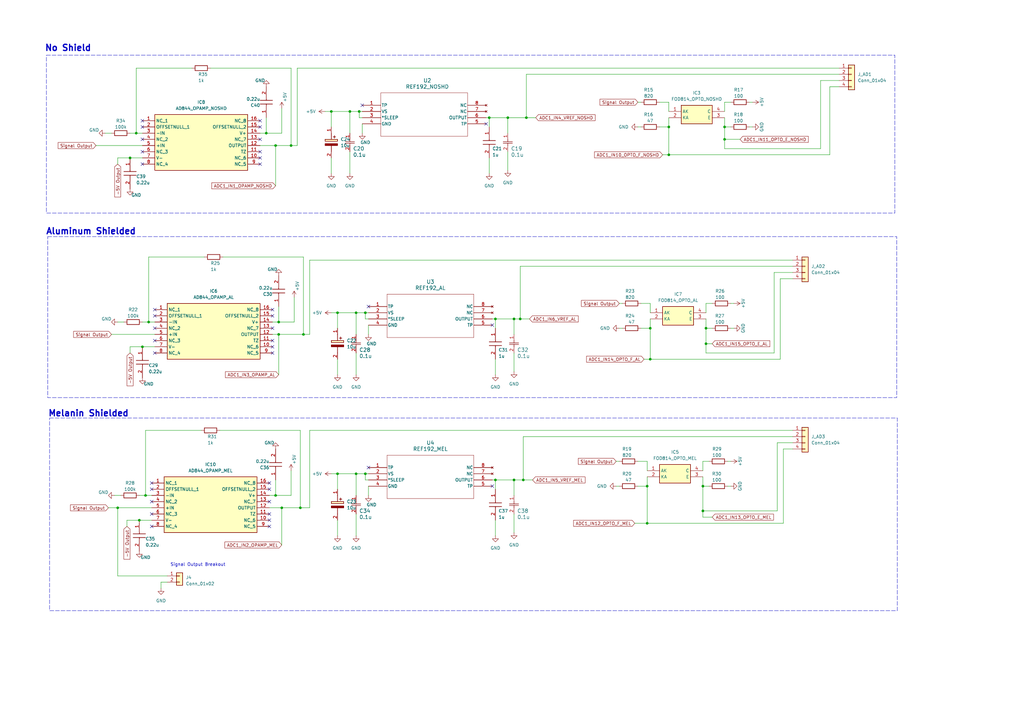
<source format=kicad_sch>
(kicad_sch (version 20231120) (generator "eeschema") (generator_version "8.0")
  (paper "A3")
  (title_block (title "REF192-AD844-FOD814 Testing Circuits") (rev "1"))
  (lib_symbols
    (symbol "Connector_Generic:Conn_01x02" (pin_names (offset 1.016) hide)
      (property "Reference" "J" (at 0 2.54 0))
      (property "Value" "Conn_01x02" (at 0 -5.08 0))
      (symbol "Conn_01x02_1_1"
        (rectangle (start -1.27 -2.413) (end 0 -2.667) (stroke (width 0.1524)))
        (rectangle (start -1.27 0.127) (end 0 -0.127) (stroke (width 0.1524)))
        (rectangle (start -1.27 1.27) (end 1.27 -3.81) (stroke (width 0.254)) (fill (type background)))
        (pin passive line (at -5.08 0 0) (length 3.81) (name "Pin_1") (number "1"))
        (pin passive line (at -5.08 -2.54 0) (length 3.81) (name "Pin_2") (number "2"))
      )
    )
    (symbol "Connector_Generic:Conn_01x04" (pin_names (offset 1.016) hide)
      (property "Reference" "J" (at 0 5.08 0))
      (property "Value" "Conn_01x04" (at 0 -7.62 0))
      (symbol "Conn_01x04_1_1"
        (rectangle (start -1.27 -4.953) (end 0 -5.207) (stroke (width 0.1524)))
        (rectangle (start -1.27 -2.413) (end 0 -2.667) (stroke (width 0.1524)))
        (rectangle (start -1.27 0.127) (end 0 -0.127) (stroke (width 0.1524)))
        (rectangle (start -1.27 2.667) (end 0 2.413) (stroke (width 0.1524)))
        (rectangle (start -1.27 3.81) (end 1.27 -6.35) (stroke (width 0.254)) (fill (type background)))
        (pin passive line (at -5.08 2.54 0) (length 3.81) (name "Pin_1") (number "1"))
        (pin passive line (at -5.08 0 0) (length 3.81) (name "Pin_2") (number "2"))
        (pin passive line (at -5.08 -2.54 0) (length 3.81) (name "Pin_3") (number "3"))
        (pin passive line (at -5.08 -5.08 0) (length 3.81) (name "Pin_4") (number "4"))
      )
    )
    (symbol "Device:R" (pin_numbers hide) (pin_names (offset 0))
      (property "Reference" "R" (at 2.032 0 90))
      (property "Value" "R" (at 0 0 90))
      (symbol "R_0_1"
        (rectangle (start -1.016 -2.54) (end 1.016 2.54) (stroke (width 0.254)))
      )
      (symbol "R_1_1"
        (pin passive line (at 0 3.81 270) (length 1.27) (name "~") (number "1"))
        (pin passive line (at 0 -3.81 90) (length 1.27) (name "~") (number "2"))
      )
    )
    (symbol "capstone:AD844JRZ-16-REEL7"
      (property "Reference" "IC" (at 44.45 7.62 0))
      (property "Value" "AD844JRZ-16-REEL7" (at 44.45 5.08 0))
      (symbol "AD844JRZ-16-REEL7_1_1"
        (rectangle (start 5.08 2.54) (end 43.18 -20.32) (stroke (width 0.254)) (fill (type background)))
        (pin passive line (at 0 0 0) (length 5.08) (name "NC_1") (number "1"))
        (pin passive line (at 48.26 -15.24 180) (length 5.08) (name "NC_6") (number "10"))
        (pin passive line (at 48.26 -12.7 180) (length 5.08) (name "TZ") (number "11"))
        (pin passive line (at 48.26 -10.16 180) (length 5.08) (name "OUTPUT") (number "12"))
        (pin passive line (at 48.26 -7.62 180) (length 5.08) (name "NC_7") (number "13"))
        (pin passive line (at 48.26 -5.08 180) (length 5.08) (name "V+") (number "14"))
        (pin passive line (at 48.26 -2.54 180) (length 5.08) (name "OFFSETNULL_2") (number "15"))
        (pin passive line (at 48.26 0 180) (length 5.08) (name "NC_8") (number "16"))
        (pin passive line (at 0 -2.54 0) (length 5.08) (name "OFFSETNULL_1") (number "2"))
        (pin passive line (at 0 -5.08 0) (length 5.08) (name "-IN") (number "3"))
        (pin passive line (at 0 -7.62 0) (length 5.08) (name "NC_2") (number "4"))
        (pin passive line (at 0 -10.16 0) (length 5.08) (name "+IN") (number "5"))
        (pin passive line (at 0 -12.7 0) (length 5.08) (name "NC_3") (number "6"))
        (pin passive line (at 0 -15.24 0) (length 5.08) (name "V-") (number "7"))
        (pin passive line (at 0 -17.78 0) (length 5.08) (name "NC_4") (number "8"))
        (pin passive line (at 48.26 -17.78 180) (length 5.08) (name "NC_5") (number "9"))
      )
    )
    (symbol "capstone:C0805C104K5RAC7210" (pin_names (offset 0.254))
      (property "Reference" "C" (at 3.81 3.81 0))
      (property "Value" "C0805C104K5RAC7210" (at 3.81 -3.81 0))
      (symbol "C0805C104K5RAC7210_1_1"
        (polyline (pts (xy 2.54 0) (xy 3.4798 0)) (stroke (width 0.2032)))
        (polyline (pts (xy 3.4798 -1.905) (xy 3.4798 1.905)) (stroke (width 0.2032)))
        (polyline (pts (xy 4.1148 -1.905) (xy 4.1148 1.905)) (stroke (width 0.2032)))
        (polyline (pts (xy 4.1148 0) (xy 5.08 0)) (stroke (width 0.2032)))
        (pin unspecified line (at 0 0 0) (length 2.54) (name "") (number "1"))
        (pin unspecified line (at 7.62 0 180) (length 2.54) (name "") (number "2"))
      )
      (symbol "C0805C104K5RAC7210_1_2"
        (polyline (pts (xy -1.905 -4.1148) (xy 1.905 -4.1148)) (stroke (width 0.2032)))
        (polyline (pts (xy -1.905 -3.4798) (xy 1.905 -3.4798)) (stroke (width 0.2032)))
        (polyline (pts (xy 0 -4.1148) (xy 0 -5.08)) (stroke (width 0.2032)))
        (polyline (pts (xy 0 -2.54) (xy 0 -3.4798)) (stroke (width 0.2032)))
        (pin unspecified line (at 0 0 270) (length 2.54) (name "") (number "1"))
        (pin unspecified line (at 0 -7.62 90) (length 2.54) (name "") (number "2"))
      )
    )
    (symbol "capstone:C0805C105Z5VACTU-1u" (pin_names hide)
      (property "Reference" "C" (at 8.89 6.35 0))
      (property "Value" "C0805C105Z5VACTU-1u" (at 8.89 3.81 0))
      (symbol "C0805C105Z5VACTU-1u_1_1"
        (polyline (pts (xy 5.08 0) (xy 5.588 0)) (stroke (width 0.254)))
        (polyline (pts (xy 5.588 2.54) (xy 5.588 -2.54)) (stroke (width 0.254)))
        (polyline (pts (xy 7.112 0) (xy 7.62 0)) (stroke (width 0.254)))
        (polyline (pts (xy 7.112 2.54) (xy 7.112 -2.54)) (stroke (width 0.254)))
        (pin passive line (at 0 0 0) (length 5.08) (name "1") (number "1"))
        (pin passive line (at 12.7 0 180) (length 5.08) (name "2") (number "2"))
      )
    )
    (symbol "capstone:C0805C224M5VACTU-0.22u" (pin_names hide)
      (property "Reference" "C" (at 8.89 6.35 0))
      (property "Value" "C0805C224M5VACTU-0.22u" (at 8.89 3.81 0))
      (symbol "C0805C224M5VACTU-0.22u_1_1"
        (polyline (pts (xy 5.08 0) (xy 5.588 0)) (stroke (width 0.254)))
        (polyline (pts (xy 5.588 2.54) (xy 5.588 -2.54)) (stroke (width 0.254)))
        (polyline (pts (xy 7.112 0) (xy 7.62 0)) (stroke (width 0.254)))
        (polyline (pts (xy 7.112 2.54) (xy 7.112 -2.54)) (stroke (width 0.254)))
        (pin passive line (at 0 0 0) (length 5.08) (name "1") (number "1"))
        (pin passive line (at 12.7 0 180) (length 5.08) (name "2") (number "2"))
      )
    )
    (symbol "capstone:FOD814SD"
      (property "Reference" "IC" (at 19.05 7.62 0))
      (property "Value" "FOD814SD" (at 19.05 5.08 0))
      (symbol "FOD814SD_1_1"
        (rectangle (start 5.08 2.54) (end 17.78 -5.08) (stroke (width 0.254)) (fill (type background)))
        (pin passive line (at 0 0 0) (length 5.08) (name "AK") (number "1"))
        (pin passive line (at 0 -2.54 0) (length 5.08) (name "KA") (number "2"))
        (pin passive line (at 22.86 -2.54 180) (length 5.08) (name "E") (number "3"))
        (pin passive line (at 22.86 0 180) (length 5.08) (name "C") (number "4"))
      )
    )
    (symbol "capstone:REF192GSZ" (pin_names (offset 0.254))
      (property "Reference" "U" (at 25.4 10.16 0))
      (property "Value" "REF192GSZ" (at 25.4 7.62 0))
      (symbol "REF192GSZ_0_1"
        (polyline (pts (xy 7.62 -12.7) (xy 43.18 -12.7)) (stroke (width 0.127)))
        (polyline (pts (xy 7.62 5.08) (xy 7.62 -12.7)) (stroke (width 0.127)))
        (polyline (pts (xy 43.18 -12.7) (xy 43.18 5.08)) (stroke (width 0.127)))
        (polyline (pts (xy 43.18 5.08) (xy 7.62 5.08)) (stroke (width 0.127)))
        (pin unspecified line (at 0 0 0) (length 7.62) (name "TP") (number "1"))
        (pin power_in line (at 0 -2.54 0) (length 7.62) (name "VS") (number "2"))
        (pin unspecified line (at 0 -5.08 0) (length 7.62) (name "*SLEEP") (number "3"))
        (pin power_in line (at 0 -7.62 0) (length 7.62) (name "GND") (number "4"))
        (pin unspecified line (at 50.8 -7.62 180) (length 7.62) (name "TP") (number "5"))
        (pin output line (at 50.8 -5.08 180) (length 7.62) (name "OUTPUT") (number "6"))
        (pin no_connect line (at 50.8 -2.54 180) (length 7.62) (name "NC") (number "7"))
        (pin no_connect line (at 50.8 0 180) (length 7.62) (name "NC") (number "8"))
      )
    )
    (symbol "capstone:T495D106K035ATE300" (pin_names hide)
      (property "Reference" "C" (at 8.89 6.35 0))
      (property "Value" "T495D106K035ATE300" (at 8.89 3.81 0))
      (symbol "T495D106K035ATE300_1_1"
        (polyline (pts (xy 2.54 0) (xy 5.08 0)) (stroke (width 0.254)))
        (polyline (pts (xy 4.064 1.778) (xy 4.064 0.762)) (stroke (width 0.254)))
        (polyline (pts (xy 4.572 1.27) (xy 3.556 1.27)) (stroke (width 0.254)))
        (polyline (pts (xy 7.62 0) (xy 10.16 0)) (stroke (width 0.254)))
        (polyline (pts (xy 7.62 2.54) (xy 7.62 -2.54) (xy 6.858 -2.54) (xy 6.858 2.54) (xy 7.62 2.54)) (stroke (width 0.254)) (fill (type outline)))
        (rectangle (start 5.08 2.54) (end 5.842 -2.54) (stroke (width 0.254)) (fill (type background)))
        (pin passive line (at 0 0 0) (length 2.54) (name "+") (number "1"))
        (pin passive line (at 12.7 0 180) (length 2.54) (name "-") (number "2"))
      )
    )
    (symbol "power:+5V" (power) (pin_names (offset 0))
      (property "Value" "+5V" (at 0 3.556 0))
      (symbol "+5V_0_1"
        (polyline (pts (xy -0.762 1.27) (xy 0 2.54)))
        (polyline (pts (xy 0 0) (xy 0 2.54)))
        (polyline (pts (xy 0 2.54) (xy 0.762 1.27)))
      )
      (symbol "+5V_1_1"
        (pin power_in line (at 0 0 90) (length 0) hide (name "+5V") (number "1"))
      )
    )
    (symbol "power:GND" (power) (pin_names (offset 0))
      (property "Value" "GND" (at 0 -3.81 0))
      (symbol "GND_0_1"
        (polyline (pts (xy 0 0) (xy 0 -1.27) (xy 1.27 -1.27) (xy 0 -2.54) (xy -1.27 -1.27) (xy 0 -1.27)))
      )
      (symbol "GND_1_1"
        (pin power_in line (at 0 0 270) (length 0) hide (name "GND") (number "1"))
      )
    )
  )
  (junction (at 60.96 132.08))
  (junction (at 210.82 196.85))
  (junction (at 288.29 209.55))
  (junction (at 59.69 203.2))
  (junction (at 149.86 194.31))
  (junction (at 297.18 57.15))
  (junction (at 57.15 213.36))
  (junction (at 266.7 134.62))
  (junction (at 208.28 48.26))
  (junction (at 115.57 208.28))
  (junction (at 109.22 54.61))
  (junction (at 274.32 63.5))
  (junction (at 138.43 128.27))
  (junction (at 203.2 196.85))
  (junction (at 48.26 208.28))
  (junction (at 289.56 140.97))
  (junction (at 266.7 147.32))
  (junction (at 147.32 45.72))
  (junction (at 114.3 132.08))
  (junction (at 123.19 208.28))
  (junction (at 200.66 48.26))
  (junction (at 113.03 59.69))
  (junction (at 58.42 142.24))
  (junction (at 138.43 194.31))
  (junction (at 265.43 199.39))
  (junction (at 143.51 45.72))
  (junction (at 114.3 137.16))
  (junction (at 135.89 45.72))
  (junction (at 146.05 194.31))
  (junction (at 210.82 130.81))
  (junction (at 289.56 134.62))
  (junction (at 146.05 128.27))
  (junction (at 213.36 130.81))
  (junction (at 297.18 52.07))
  (junction (at 274.32 52.07))
  (junction (at 203.2 130.81))
  (junction (at 149.86 128.27))
  (junction (at 124.46 137.16))
  (junction (at 215.9 48.26))
  (junction (at 113.03 203.2))
  (junction (at 214.63 196.85))
  (junction (at 288.29 199.39))
  (junction (at 53.34 64.77))
  (junction (at 119.38 59.69))
  (junction (at 55.88 54.61))
  (junction (at 265.43 214.63))
  (no_connect (at 63.5 129.54))
  (no_connect (at 106.68 67.31))
  (no_connect (at 106.68 64.77))
  (no_connect (at 63.5 127))
  (no_connect (at 148.59 43.18))
  (no_connect (at 63.5 139.7))
  (no_connect (at 110.49 210.82))
  (no_connect (at 110.49 205.74))
  (no_connect (at 110.49 215.9))
  (no_connect (at 199.39 50.8))
  (no_connect (at 62.23 200.66))
  (no_connect (at 62.23 205.74))
  (no_connect (at 62.23 198.12))
  (no_connect (at 151.13 191.77))
  (no_connect (at 111.76 127))
  (no_connect (at 63.5 144.78))
  (no_connect (at 201.93 133.35))
  (no_connect (at 62.23 215.9))
  (no_connect (at 62.23 210.82))
  (no_connect (at 110.49 200.66))
  (no_connect (at 201.93 199.39))
  (no_connect (at 111.76 129.54))
  (no_connect (at 151.13 125.73))
  (no_connect (at 58.42 52.07))
  (no_connect (at 110.49 213.36))
  (no_connect (at 58.42 67.31))
  (no_connect (at 106.68 52.07))
  (no_connect (at 111.76 134.62))
  (no_connect (at 106.68 62.23))
  (no_connect (at 111.76 139.7))
  (no_connect (at 106.68 49.53))
  (no_connect (at 106.68 57.15))
  (no_connect (at 111.76 144.78))
  (no_connect (at 58.42 49.53))
  (no_connect (at 63.5 134.62))
  (no_connect (at 58.42 57.15))
  (no_connect (at 110.49 198.12))
  (no_connect (at 58.42 62.23))
  (no_connect (at 111.76 142.24))
  (wire (pts (xy 114.3 132.08) (xy 120.65 132.08)))
  (wire (pts (xy 215.9 30.48) (xy 215.9 48.26)))
  (wire (pts (xy 39.37 59.69) (xy 58.42 59.69)))
  (wire (pts (xy 214.63 196.85) (xy 218.44 196.85)))
  (wire (pts (xy 52.07 213.36) (xy 57.15 213.36)))
  (wire (pts (xy 265.43 199.39) (xy 265.43 195.58)))
  (wire (pts (xy 86.36 27.94) (xy 119.38 27.94)))
  (wire (pts (xy 289.56 144.78) (xy 289.56 140.97)))
  (wire (pts (xy 114.3 132.08) (xy 111.76 132.08)))
  (wire (pts (xy 151.13 196.85) (xy 149.86 196.85)))
  (wire (pts (xy 44.45 208.28) (xy 48.26 208.28)))
  (wire (pts (xy 113.03 59.69) (xy 119.38 59.69)))
  (wire (pts (xy 340.36 35.56) (xy 344.17 35.56)))
  (wire (pts (xy 113.03 203.2) (xy 110.49 203.2)))
  (wire (pts (xy 214.63 179.07) (xy 214.63 196.85)))
  (wire (pts (xy 147.32 45.72) (xy 148.59 45.72)))
  (wire (pts (xy 109.22 48.26) (xy 109.22 54.61)))
  (wire (pts (xy 270.51 52.07) (xy 274.32 52.07)))
  (wire (pts (xy 274.32 52.07) (xy 274.32 48.26)))
  (wire (pts (xy 146.05 194.31) (xy 146.05 203.2)))
  (wire (pts (xy 262.89 134.62) (xy 266.7 134.62)))
  (wire (pts (xy 110.49 208.28) (xy 115.57 208.28)))
  (wire (pts (xy 119.38 193.04) (xy 119.38 203.2)))
  (wire (pts (xy 143.51 45.72) (xy 147.32 45.72)))
  (wire (pts (xy 66.04 241.3) (xy 66.04 238.76)))
  (wire (pts (xy 48.26 64.77) (xy 48.26 67.31)))
  (wire (pts (xy 321.31 184.15) (xy 325.12 184.15)))
  (wire (pts (xy 265.43 193.04) (xy 265.43 189.23)))
  (wire (pts (xy 124.46 137.16) (xy 127 137.16)))
  (wire (pts (xy 90.17 176.53) (xy 123.19 176.53)))
  (wire (pts (xy 58.42 142.24) (xy 63.5 142.24)))
  (wire (pts (xy 288.29 189.23) (xy 288.29 193.04)))
  (wire (pts (xy 266.7 134.62) (xy 266.7 130.81)))
  (wire (pts (xy 289.56 130.81) (xy 289.56 134.62)))
  (wire (pts (xy 52.07 213.36) (xy 52.07 215.9)))
  (wire (pts (xy 288.29 199.39) (xy 290.83 199.39)))
  (wire (pts (xy 340.36 63.5) (xy 340.36 35.56)))
  (wire (pts (xy 48.26 208.28) (xy 48.26 236.22)))
  (wire (pts (xy 297.18 48.26) (xy 297.18 52.07)))
  (wire (pts (xy 114.3 137.16) (xy 124.46 137.16)))
  (wire (pts (xy 119.38 59.69) (xy 121.92 59.69)))
  (wire (pts (xy 298.45 199.39) (xy 299.72 199.39)))
  (wire (pts (xy 59.69 203.2) (xy 62.23 203.2)))
  (wire (pts (xy 135.89 64.77) (xy 135.89 71.12)))
  (wire (pts (xy 53.34 64.77) (xy 58.42 64.77)))
  (wire (pts (xy 199.39 48.26) (xy 200.66 48.26)))
  (wire (pts (xy 299.72 189.23) (xy 298.45 189.23)))
  (wire (pts (xy 149.86 128.27) (xy 151.13 128.27)))
  (wire (pts (xy 82.55 176.53) (xy 59.69 176.53)))
  (wire (pts (xy 135.89 45.72) (xy 143.51 45.72)))
  (wire (pts (xy 321.31 214.63) (xy 321.31 184.15)))
  (wire (pts (xy 55.88 27.94) (xy 55.88 54.61)))
  (wire (pts (xy 151.13 133.35) (xy 151.13 137.16)))
  (wire (pts (xy 46.99 203.2) (xy 49.53 203.2)))
  (wire (pts (xy 203.2 196.85) (xy 203.2 200.66)))
  (wire (pts (xy 214.63 179.07) (xy 325.12 179.07)))
  (wire (pts (xy 336.55 60.96) (xy 336.55 33.02)))
  (wire (pts (xy 299.72 134.62) (xy 300.99 134.62)))
  (wire (pts (xy 109.22 54.61) (xy 106.68 54.61)))
  (wire (pts (xy 266.7 124.46) (xy 262.89 124.46)))
  (wire (pts (xy 148.59 50.8) (xy 148.59 54.61)))
  (wire (pts (xy 124.46 105.41) (xy 124.46 137.16)))
  (wire (pts (xy 254 134.62) (xy 255.27 134.62)))
  (wire (pts (xy 274.32 41.91) (xy 270.51 41.91)))
  (wire (pts (xy 55.88 27.94) (xy 78.74 27.94)))
  (wire (pts (xy 114.3 125.73) (xy 114.3 132.08)))
  (wire (pts (xy 111.76 137.16) (xy 114.3 137.16)))
  (wire (pts (xy 60.96 105.41) (xy 60.96 132.08)))
  (wire (pts (xy 146.05 194.31) (xy 149.86 194.31)))
  (wire (pts (xy 59.69 176.53) (xy 59.69 203.2)))
  (wire (pts (xy 320.04 147.32) (xy 320.04 114.3)))
  (wire (pts (xy 288.29 189.23) (xy 290.83 189.23)))
  (wire (pts (xy 138.43 147.32) (xy 138.43 153.67)))
  (wire (pts (xy 109.22 54.61) (xy 115.57 54.61)))
  (wire (pts (xy 53.34 54.61) (xy 55.88 54.61)))
  (wire (pts (xy 265.43 189.23) (xy 261.62 189.23)))
  (wire (pts (xy 135.89 194.31) (xy 138.43 194.31)))
  (wire (pts (xy 252.73 199.39) (xy 254 199.39)))
  (wire (pts (xy 308.61 41.91) (xy 307.34 41.91)))
  (wire (pts (xy 289.56 124.46) (xy 289.56 128.27)))
  (wire (pts (xy 115.57 208.28) (xy 115.57 223.52)))
  (wire (pts (xy 138.43 194.31) (xy 146.05 194.31)))
  (wire (pts (xy 119.38 27.94) (xy 119.38 59.69)))
  (wire (pts (xy 201.93 130.81) (xy 203.2 130.81)))
  (wire (pts (xy 123.19 176.53) (xy 123.19 208.28)))
  (wire (pts (xy 138.43 134.62) (xy 138.43 128.27)))
  (wire (pts (xy 135.89 52.07) (xy 135.89 45.72)))
  (wire (pts (xy 274.32 63.5) (xy 340.36 63.5)))
  (wire (pts (xy 146.05 144.78) (xy 146.05 153.67)))
  (wire (pts (xy 288.29 212.09) (xy 292.1 212.09)))
  (wire (pts (xy 321.31 214.63) (xy 265.43 214.63)))
  (wire (pts (xy 113.03 196.85) (xy 113.03 203.2)))
  (wire (pts (xy 261.62 199.39) (xy 265.43 199.39)))
  (wire (pts (xy 318.77 181.61) (xy 325.12 181.61)))
  (wire (pts (xy 254 124.46) (xy 255.27 124.46)))
  (wire (pts (xy 297.18 41.91) (xy 297.18 45.72)))
  (wire (pts (xy 317.5 144.78) (xy 317.5 111.76)))
  (wire (pts (xy 289.56 140.97) (xy 292.1 140.97)))
  (wire (pts (xy 213.36 109.22) (xy 213.36 130.81)))
  (wire (pts (xy 288.29 199.39) (xy 288.29 209.55)))
  (wire (pts (xy 297.18 57.15) (xy 297.18 60.96)))
  (wire (pts (xy 138.43 200.66) (xy 138.43 194.31)))
  (wire (pts (xy 201.93 196.85) (xy 203.2 196.85)))
  (wire (pts (xy 113.03 59.69) (xy 113.03 76.2)))
  (wire (pts (xy 58.42 132.08) (xy 60.96 132.08)))
  (wire (pts (xy 149.86 130.81) (xy 149.86 128.27)))
  (wire (pts (xy 208.28 48.26) (xy 208.28 54.61)))
  (wire (pts (xy 288.29 195.58) (xy 288.29 199.39)))
  (wire (pts (xy 48.26 64.77) (xy 53.34 64.77)))
  (wire (pts (xy 318.77 209.55) (xy 318.77 181.61)))
  (wire (pts (xy 317.5 144.78) (xy 289.56 144.78)))
  (wire (pts (xy 66.04 238.76) (xy 68.58 238.76)))
  (wire (pts (xy 210.82 130.81) (xy 210.82 137.16)))
  (wire (pts (xy 289.56 134.62) (xy 292.1 134.62)))
  (wire (pts (xy 200.66 48.26) (xy 200.66 52.07)))
  (wire (pts (xy 274.32 45.72) (xy 274.32 41.91)))
  (wire (pts (xy 297.18 60.96) (xy 336.55 60.96)))
  (wire (pts (xy 146.05 210.82) (xy 146.05 219.71)))
  (wire (pts (xy 215.9 48.26) (xy 219.71 48.26)))
  (wire (pts (xy 57.15 213.36) (xy 62.23 213.36)))
  (wire (pts (xy 210.82 196.85) (xy 214.63 196.85)))
  (wire (pts (xy 138.43 128.27) (xy 146.05 128.27)))
  (wire (pts (xy 208.28 48.26) (xy 215.9 48.26)))
  (wire (pts (xy 320.04 114.3) (xy 325.12 114.3)))
  (wire (pts (xy 138.43 213.36) (xy 138.43 219.71)))
  (wire (pts (xy 60.96 132.08) (xy 63.5 132.08)))
  (wire (pts (xy 274.32 63.5) (xy 274.32 52.07)))
  (wire (pts (xy 260.35 214.63) (xy 265.43 214.63)))
  (wire (pts (xy 127 106.68) (xy 325.12 106.68)))
  (wire (pts (xy 106.68 59.69) (xy 113.03 59.69)))
  (wire (pts (xy 261.62 41.91) (xy 262.89 41.91)))
  (wire (pts (xy 203.2 130.81) (xy 203.2 134.62)))
  (wire (pts (xy 114.3 137.16) (xy 114.3 153.67)))
  (wire (pts (xy 53.34 142.24) (xy 53.34 144.78)))
  (wire (pts (xy 115.57 208.28) (xy 123.19 208.28)))
  (wire (pts (xy 203.2 130.81) (xy 210.82 130.81)))
  (wire (pts (xy 210.82 210.82) (xy 210.82 218.44)))
  (wire (pts (xy 151.13 130.81) (xy 149.86 130.81)))
  (wire (pts (xy 43.18 54.61) (xy 45.72 54.61)))
  (wire (pts (xy 252.73 189.23) (xy 254 189.23)))
  (wire (pts (xy 271.78 63.5) (xy 274.32 63.5)))
  (wire (pts (xy 208.28 62.23) (xy 208.28 69.85)))
  (wire (pts (xy 151.13 199.39) (xy 151.13 203.2)))
  (wire (pts (xy 121.92 59.69) (xy 121.92 27.94)))
  (wire (pts (xy 113.03 203.2) (xy 119.38 203.2)))
  (wire (pts (xy 336.55 33.02) (xy 344.17 33.02)))
  (wire (pts (xy 215.9 30.48) (xy 344.17 30.48)))
  (wire (pts (xy 289.56 124.46) (xy 292.1 124.46)))
  (wire (pts (xy 265.43 214.63) (xy 265.43 199.39)))
  (wire (pts (xy 146.05 128.27) (xy 149.86 128.27)))
  (wire (pts (xy 210.82 196.85) (xy 210.82 203.2)))
  (wire (pts (xy 127 208.28) (xy 123.19 208.28)))
  (wire (pts (xy 266.7 128.27) (xy 266.7 124.46)))
  (wire (pts (xy 210.82 130.81) (xy 213.36 130.81)))
  (wire (pts (xy 127 106.68) (xy 127 137.16)))
  (wire (pts (xy 266.7 147.32) (xy 266.7 134.62)))
  (wire (pts (xy 297.18 57.15) (xy 303.53 57.15)))
  (wire (pts (xy 213.36 130.81) (xy 217.17 130.81)))
  (wire (pts (xy 288.29 212.09) (xy 288.29 209.55)))
  (wire (pts (xy 120.65 121.92) (xy 120.65 132.08)))
  (wire (pts (xy 133.35 45.72) (xy 135.89 45.72)))
  (wire (pts (xy 55.88 54.61) (xy 58.42 54.61)))
  (wire (pts (xy 210.82 144.78) (xy 210.82 152.4)))
  (wire (pts (xy 57.15 203.2) (xy 59.69 203.2)))
  (wire (pts (xy 143.51 45.72) (xy 143.51 54.61)))
  (wire (pts (xy 143.51 62.23) (xy 143.51 71.12)))
  (wire (pts (xy 121.92 27.94) (xy 344.17 27.94)))
  (wire (pts (xy 289.56 140.97) (xy 289.56 134.62)))
  (wire (pts (xy 297.18 52.07) (xy 299.72 52.07)))
  (wire (pts (xy 83.82 105.41) (xy 60.96 105.41)))
  (wire (pts (xy 297.18 52.07) (xy 297.18 57.15)))
  (wire (pts (xy 297.18 41.91) (xy 299.72 41.91)))
  (wire (pts (xy 48.26 208.28) (xy 62.23 208.28)))
  (wire (pts (xy 149.86 196.85) (xy 149.86 194.31)))
  (wire (pts (xy 127 176.53) (xy 127 208.28)))
  (wire (pts (xy 48.26 132.08) (xy 50.8 132.08)))
  (wire (pts (xy 264.16 147.32) (xy 266.7 147.32)))
  (wire (pts (xy 147.32 48.26) (xy 147.32 45.72)))
  (wire (pts (xy 127 176.53) (xy 325.12 176.53)))
  (wire (pts (xy 115.57 44.45) (xy 115.57 54.61)))
  (wire (pts (xy 213.36 109.22) (xy 325.12 109.22)))
  (wire (pts (xy 203.2 213.36) (xy 203.2 219.71)))
  (wire (pts (xy 266.7 147.32) (xy 320.04 147.32)))
  (wire (pts (xy 307.34 52.07) (xy 308.61 52.07)))
  (wire (pts (xy 288.29 209.55) (xy 318.77 209.55)))
  (wire (pts (xy 135.89 128.27) (xy 138.43 128.27)))
  (wire (pts (xy 146.05 128.27) (xy 146.05 137.16)))
  (wire (pts (xy 200.66 64.77) (xy 200.66 71.12)))
  (wire (pts (xy 317.5 111.76) (xy 325.12 111.76)))
  (wire (pts (xy 148.59 48.26) (xy 147.32 48.26)))
  (wire (pts (xy 45.72 137.16) (xy 63.5 137.16)))
  (wire (pts (xy 300.99 124.46) (xy 299.72 124.46)))
  (wire (pts (xy 48.26 236.22) (xy 68.58 236.22)))
  (wire (pts (xy 203.2 196.85) (xy 210.82 196.85)))
  (wire (pts (xy 200.66 48.26) (xy 208.28 48.26)))
  (wire (pts (xy 149.86 194.31) (xy 151.13 194.31)))
  (wire (pts (xy 261.62 52.07) (xy 262.89 52.07)))
  (wire (pts (xy 203.2 147.32) (xy 203.2 153.67)))
  (wire (pts (xy 91.44 105.41) (xy 124.46 105.41)))
  (wire (pts (xy 53.34 142.24) (xy 58.42 142.24)))
  (rectangle (start 20.32 171.45) (end 368.046 250.444) (stroke (width 0) (type dash)))
  (rectangle (start 19.05 22.606) (end 367.03 87.376) (stroke (width 0) (type dash)))
  (rectangle (start 19.558 97.028) (end 367.792 163.068) (stroke (width 0) (type dash)))
  (text "Signal Output Breakout\n" (at 69.85 232.41 0) (effects (font (size 1.27 1.27)) (justify left bottom)))
  (text "Aluminum Shielded" (at 37.338 94.996 0) (effects (font (size 2.54 2.54) (thickness 0.508) (bold yes))))
  (text "Melanin Shielded" (at 36.322 169.672 0) (effects (font (size 2.54 2.54) (thickness 0.508) (bold yes))))
  (text "No Shield" (at 27.94 19.812 0) (effects (font (size 2.54 2.54) (thickness 0.508) (bold yes))))
  (global_label "Signal Output" (shape input) (at 252.73 189.23 180) (property "Intersheetrefs" "${INTERSHEET_REFS}" (effects (hide yes))))
  (global_label "ADC1_IN13_OPTO_E_MEL" (shape input) (at 292.1 212.09 0) (property "Intersheetrefs" "${INTERSHEET_REFS}" (effects (hide yes))))
  (global_label "Signal Output" (shape input) (at 39.37 59.69 180) (property "Intersheetrefs" "${INTERSHEET_REFS}" (effects (hide yes))))
  (global_label "Signal Output" (shape input) (at 45.72 137.16 180) (property "Intersheetrefs" "${INTERSHEET_REFS}" (effects (hide yes))))
  (global_label "-5V Output" (shape input) (at 48.26 67.31 270) (property "Intersheetrefs" "${INTERSHEET_REFS}" (effects (hide yes))))
  (global_label "ADC1_IN5_VREF_MEL" (shape input) (at 218.44 196.85 0) (property "Intersheetrefs" "${INTERSHEET_REFS}" (effects (hide yes))))
  (global_label "ADC1_IN12_OPTO_F_MEL" (shape input) (at 260.35 214.63 180) (property "Intersheetrefs" "${INTERSHEET_REFS}" (effects (hide yes))))
  (global_label "ADC1_IN14_OPTO_F_AL" (shape input) (at 264.16 147.32 180) (property "Intersheetrefs" "${INTERSHEET_REFS}" (effects (hide yes))))
  (global_label "ADC1_IN4_VREF_NOSHD" (shape input) (at 219.71 48.26 0) (property "Intersheetrefs" "${INTERSHEET_REFS}" (effects (hide yes))))
  (global_label "ADC1_IN10_OPTO_F_NOSHD" (shape input) (at 271.78 63.5 180) (property "Intersheetrefs" "${INTERSHEET_REFS}" (effects (hide yes))))
  (global_label "-5V Output" (shape input) (at 53.34 144.78 270) (property "Intersheetrefs" "${INTERSHEET_REFS}" (effects (hide yes))))
  (global_label "Signal Output" (shape input) (at 254 124.46 180) (property "Intersheetrefs" "${INTERSHEET_REFS}" (effects (hide yes))))
  (global_label "ADC1_IN3_OPAMP_AL" (shape input) (at 114.3 153.67 180) (property "Intersheetrefs" "${INTERSHEET_REFS}" (effects (hide yes))))
  (global_label "Signal Output" (shape input) (at 261.62 41.91 180) (property "Intersheetrefs" "${INTERSHEET_REFS}" (effects (hide yes))))
  (global_label "ADC1_IN15_OPTO_E_AL" (shape input) (at 292.1 140.97 0) (property "Intersheetrefs" "${INTERSHEET_REFS}" (effects (hide yes))))
  (global_label "ADC1_IN11_OPTO_E_NOSHD" (shape input) (at 303.53 57.15 0) (property "Intersheetrefs" "${INTERSHEET_REFS}" (effects (hide yes))))
  (global_label "ADC1_IN1_OPAMP_NOSHD" (shape input) (at 113.03 76.2 180) (property "Intersheetrefs" "${INTERSHEET_REFS}" (effects (hide yes))))
  (global_label "ADC1_IN6_VREF_AL" (shape input) (at 217.17 130.81 0) (property "Intersheetrefs" "${INTERSHEET_REFS}" (effects (hide yes))))
  (global_label "ADC1_IN2_OPAMP_MEL" (shape input) (at 115.57 223.52 180) (property "Intersheetrefs" "${INTERSHEET_REFS}" (effects (hide yes))))
  (global_label "-5V Output" (shape input) (at 52.07 215.9 270) (property "Intersheetrefs" "${INTERSHEET_REFS}" (effects (hide yes))))
  (global_label "Signal Output" (shape input) (at 44.45 208.28 180) (property "Intersheetrefs" "${INTERSHEET_REFS}" (effects (hide yes))))
  (symbol (lib_id "capstone:C0805C224M5VACTU-0.22u") (at 109.22 48.26 90) (unit 1)
    (property "Reference" "C40" (at 106.68 43.18 90) (effects (justify left)))
    (property "Value" "0.22u" (at 106.68 40.64 90) (effects (justify left)))
    (property "Footprint" "capstone:C0805-0.22u" (effects (hide yes)))
    (property "Datasheet" "https://content.kemet.com/datasheets/KEM_C1005_Y5V_SMD.pdf" (effects (hide yes)))
    (property "Height" "1.1" (effects (hide yes)))
    (property "Manufacturer_Name" "KEMET" (effects (hide yes)))
    (property "Manufacturer_Part_Number" "C0805C224M5VACTU" (effects (hide yes)))
  )
  (symbol (lib_id "capstone:REF192GSZ") (at 151.13 125.73 0) (unit 1)
    (property "Reference" "U3" (at 176.53 115.57 0) (effects (font (size 1.524 1.524))))
    (property "Value" "REF192_AL" (at 176.53 118.11 0) (effects (font (size 1.524 1.524))))
    (property "Footprint" "capstone:R_8_ADI-REF" (effects (hide yes)))
    (property "Datasheet" "REF192GSZ" (effects (hide yes)))
  )
  (symbol (lib_id "Device:R") (at 303.53 52.07 270) (unit 1)
    (property "Reference" "R18" (at 304.8 46.99 90) (effects (justify right)))
    (property "Value" "100" (at 304.8 49.53 90) (effects (justify right)))
    (property "Footprint" "Resistor_SMD:R_0402_1005Metric" (effects (hide yes)))
  )
  (symbol (lib_id "power:GND") (at 113.03 184.15 180) (unit 1)
    (property "Reference" "#PWR067" (effects (hide yes)))
    (property "Value" "GND" (at 110.49 181.61 0))
  )
  (symbol (lib_id "capstone:C0805C105Z5VACTU-1u") (at 200.66 52.07 270) (unit 1)
    (property "Reference" "C21" (at 201.93 60.96 90) (effects (justify left)))
    (property "Value" "1u" (at 201.93 63.5 90) (effects (justify left)))
    (property "Footprint" "capstone:C0805-1u" (effects (hide yes)))
    (property "Datasheet" "https://componentsearchengine.com/Datasheets/1/C0805C105Z5VACTU.pdf" (effects (hide yes)))
    (property "Height" "1.1" (effects (hide yes)))
    (property "Mouser Part Number" "80-C0805C105Z5VACTU" (effects (hide yes)))
    (property "Mouser Price/Stock" "https://www.mouser.com/Search/Refine.aspx?Keyword=80-C0805C105Z5VACTU" (effects (hide yes)))
    (property "Manufacturer_Name" "KEMET" (effects (hide yes)))
    (property "Manufacturer_Part_Number" "C0805C105Z5VACTU" (effects (hide yes)))
  )
  (symbol (lib_id "power:GND") (at 146.05 153.67 0) (unit 1)
    (property "Reference" "#PWR048" (effects (hide yes)))
    (property "Value" "GND" (at 146.05 158.75 0))
  )
  (symbol (lib_id "capstone:C0805C105Z5VACTU-1u") (at 203.2 134.62 270) (unit 1)
    (property "Reference" "C31" (at 204.47 143.51 90) (effects (justify left)))
    (property "Value" "1u" (at 204.47 146.05 90) (effects (justify left)))
    (property "Footprint" "capstone:C0805-1u" (effects (hide yes)))
    (property "Datasheet" "https://componentsearchengine.com/Datasheets/1/C0805C105Z5VACTU.pdf" (effects (hide yes)))
    (property "Height" "1.1" (effects (hide yes)))
    (property "Mouser Part Number" "80-C0805C105Z5VACTU" (effects (hide yes)))
    (property "Mouser Price/Stock" "https://www.mouser.com/Search/Refine.aspx?Keyword=80-C0805C105Z5VACTU" (effects (hide yes)))
    (property "Manufacturer_Name" "KEMET" (effects (hide yes)))
    (property "Manufacturer_Part_Number" "C0805C105Z5VACTU" (effects (hide yes)))
  )
  (symbol (lib_id "power:+5V") (at 135.89 128.27 90) (unit 1)
    (property "Reference" "#PWR04" (effects (hide yes)))
    (property "Value" "+5V" (at 132.08 128.27 90) (effects (justify left)))
  )
  (symbol (lib_id "capstone:REF192GSZ") (at 151.13 191.77 0) (unit 1)
    (property "Reference" "U4" (at 176.53 181.61 0) (effects (font (size 1.524 1.524))))
    (property "Value" "REF192_MEL" (at 176.53 184.15 0) (effects (font (size 1.524 1.524))))
    (property "Footprint" "capstone:R_8_ADI-REF" (effects (hide yes)))
    (property "Datasheet" "REF192GSZ" (effects (hide yes)))
  )
  (symbol (lib_id "capstone:C0805C104K5RAC7210") (at 146.05 203.2 270) (unit 1)
    (property "Reference" "C34" (at 147.32 209.55 90) (effects (font (size 1.524 1.524)) (justify left)))
    (property "Value" "0.1u" (at 147.32 212.09 90) (effects (font (size 1.524 1.524)) (justify left)))
    (property "Footprint" "capstone:CAPC220145_88N_KEM-0.1u" (effects (hide yes)))
    (property "Datasheet" "C0805C104K5RAC7210" (effects (hide yes)))
  )
  (symbol (lib_id "power:GND") (at 138.43 219.71 0) (unit 1)
    (property "Reference" "#PWR059" (effects (hide yes)))
    (property "Value" "GND" (at 138.43 224.79 0))
  )
  (symbol (lib_id "power:+5V") (at 133.35 45.72 90) (unit 1)
    (property "Reference" "#PWR037" (effects (hide yes)))
    (property "Value" "+5V" (at 129.54 45.72 90) (effects (justify left)))
  )
  (symbol (lib_id "Device:R") (at 295.91 134.62 270) (unit 1)
    (property "Reference" "R27" (at 297.18 129.54 90) (effects (justify right)))
    (property "Value" "100" (at 297.18 132.08 90) (effects (justify right)))
    (property "Footprint" "Resistor_SMD:R_0402_1005Metric" (effects (hide yes)))
  )
  (symbol (lib_id "capstone:C0805C104K5RAC7210") (at 143.51 54.61 270) (unit 1)
    (property "Reference" "C20" (at 144.78 60.96 90) (effects (font (size 1.524 1.524)) (justify left)))
    (property "Value" "0.1u" (at 144.78 63.5 90) (effects (font (size 1.524 1.524)) (justify left)))
    (property "Footprint" "capstone:CAPC220145_88N_KEM-0.1u" (effects (hide yes)))
    (property "Datasheet" "C0805C104K5RAC7210" (effects (hide yes)))
  )
  (symbol (lib_id "power:+5V") (at 135.89 194.31 90) (unit 1)
    (property "Reference" "#PWR058" (effects (hide yes)))
    (property "Value" "+5V" (at 132.08 194.31 90) (effects (justify left)))
  )
  (symbol (lib_id "capstone:C0805C104K5RAC7210") (at 208.28 54.61 270) (unit 1)
    (property "Reference" "C19" (at 209.55 60.96 90) (effects (font (size 1.524 1.524)) (justify left)))
    (property "Value" "0.1u" (at 209.55 63.5 90) (effects (font (size 1.524 1.524)) (justify left)))
    (property "Footprint" "capstone:CAPC220145_88N_KEM-0.1u" (effects (hide yes)))
    (property "Datasheet" "C0805C104K5RAC7210" (effects (hide yes)))
  )
  (symbol (lib_id "power:GND") (at 203.2 219.71 0) (unit 1)
    (property "Reference" "#PWR069" (effects (hide yes)))
    (property "Value" "GND" (at 203.2 224.79 0))
  )
  (symbol (lib_id "Device:R") (at 53.34 203.2 90) (unit 1)
    (property "Reference" "R28" (at 53.34 198.12 90))
    (property "Value" "100k" (at 53.34 200.66 90))
    (property "Footprint" "Resistor_SMD:R_0402_1005Metric" (effects (hide yes)))
  )
  (symbol (lib_id "capstone:C0805C104K5RAC7210") (at 210.82 203.2 270) (unit 1)
    (property "Reference" "C38" (at 212.09 209.55 90) (effects (font (size 1.524 1.524)) (justify left)))
    (property "Value" "0.1u" (at 212.09 212.09 90) (effects (font (size 1.524 1.524)) (justify left)))
    (property "Footprint" "capstone:CAPC220145_88N_KEM-0.1u" (effects (hide yes)))
    (property "Datasheet" "C0805C104K5RAC7210" (effects (hide yes)))
  )
  (symbol (lib_id "Device:R") (at 54.61 132.08 90) (unit 1)
    (property "Reference" "R22" (at 54.61 127 90))
    (property "Value" "100k" (at 54.61 129.54 90))
    (property "Footprint" "Resistor_SMD:R_0402_1005Metric" (effects (hide yes)))
  )
  (symbol (lib_id "capstone:C0805C224M5VACTU-0.22u") (at 53.34 64.77 270) (unit 1)
    (property "Reference" "C39" (at 55.88 72.39 90) (effects (justify left)))
    (property "Value" "0.22u" (at 55.88 74.93 90) (effects (justify left)))
    (property "Footprint" "capstone:C0805-0.22u" (effects (hide yes)))
    (property "Datasheet" "https://content.kemet.com/datasheets/KEM_C1005_Y5V_SMD.pdf" (effects (hide yes)))
    (property "Height" "1.1" (effects (hide yes)))
    (property "Manufacturer_Name" "KEMET" (effects (hide yes)))
    (property "Manufacturer_Part_Number" "C0805C224M5VACTU" (effects (hide yes)))
  )
  (symbol (lib_id "power:GND") (at 254 134.62 270) (unit 1)
    (property "Reference" "#PWR051" (effects (hide yes)))
    (property "Value" "GND" (at 250.19 134.62 90) (effects (justify right)))
  )
  (symbol (lib_id "Connector_Generic:Conn_01x04") (at 349.25 30.48 0) (unit 1)
    (property "Reference" "J_AD1" (at 351.79 30.48 0) (effects (justify left)))
    (property "Value" "Conn_01x04" (at 351.79 33.02 0) (effects (justify left)))
    (property "Footprint" "Connector_PinHeader_2.54mm:PinHeader_1x04_P2.54mm_Vertical" (effects (hide yes)))
  )
  (symbol (lib_id "power:GND") (at 208.28 69.85 0) (unit 1)
    (property "Reference" "#PWR041" (effects (hide yes)))
    (property "Value" "GND" (at 208.28 74.93 0))
  )
  (symbol (lib_id "capstone:C0805C105Z5VACTU-1u") (at 203.2 200.66 270) (unit 1)
    (property "Reference" "C37" (at 204.47 209.55 90) (effects (justify left)))
    (property "Value" "1u" (at 204.47 212.09 90) (effects (justify left)))
    (property "Footprint" "capstone:C0805-1u" (effects (hide yes)))
    (property "Datasheet" "https://componentsearchengine.com/Datasheets/1/C0805C105Z5VACTU.pdf" (effects (hide yes)))
    (property "Height" "1.1" (effects (hide yes)))
    (property "Mouser Part Number" "80-C0805C105Z5VACTU" (effects (hide yes)))
    (property "Mouser Price/Stock" "https://www.mouser.com/Search/Refine.aspx?Keyword=80-C0805C105Z5VACTU" (effects (hide yes)))
    (property "Manufacturer_Name" "KEMET" (effects (hide yes)))
    (property "Manufacturer_Part_Number" "C0805C105Z5VACTU" (effects (hide yes)))
  )
  (symbol (lib_id "power:+5V") (at 299.72 189.23 270) (unit 1)
    (property "Reference" "#PWR043" (effects (hide yes)))
    (property "Value" "+5V" (at 303.53 189.23 0))
  )
  (symbol (lib_id "power:GND") (at 53.34 77.47 0) (unit 1)
    (property "Reference" "#PWR072" (effects (hide yes)))
    (property "Value" "GND" (at 55.88 80.01 0))
  )
  (symbol (lib_id "power:+5V") (at 120.65 121.92 0) (unit 1)
    (property "Reference" "#PWR055" (effects (hide yes)))
    (property "Value" "+5V" (at 121.92 119.38 90) (effects (justify left)))
  )
  (symbol (lib_id "capstone:C0805C224M5VACTU-0.22u") (at 57.15 213.36 270) (unit 1)
    (property "Reference" "C35" (at 59.69 220.98 90) (effects (justify left)))
    (property "Value" "0.22u" (at 59.69 223.52 90) (effects (justify left)))
    (property "Footprint" "capstone:C0805-0.22u" (effects (hide yes)))
    (property "Datasheet" "https://content.kemet.com/datasheets/KEM_C1005_Y5V_SMD.pdf" (effects (hide yes)))
    (property "Height" "1.1" (effects (hide yes)))
    (property "Manufacturer_Name" "KEMET" (effects (hide yes)))
    (property "Manufacturer_Part_Number" "C0805C224M5VACTU" (effects (hide yes)))
  )
  (symbol (lib_id "Device:R") (at 294.64 199.39 270) (unit 1)
    (property "Reference" "R30" (at 295.91 194.31 90) (effects (justify right)))
    (property "Value" "100" (at 295.91 196.85 90) (effects (justify right)))
    (property "Footprint" "Resistor_SMD:R_0402_1005Metric" (effects (hide yes)))
  )
  (symbol (lib_id "power:GND") (at 299.72 199.39 90) (unit 1)
    (property "Reference" "#PWR044" (effects (hide yes)))
    (property "Value" "GND" (at 303.53 199.39 0))
  )
  (symbol (lib_id "Device:R") (at 257.81 199.39 270) (unit 1)
    (property "Reference" "R20" (at 259.08 194.31 90) (effects (justify right)))
    (property "Value" "47" (at 259.08 196.85 90) (effects (justify right)))
    (property "Footprint" "Resistor_SMD:R_0402_1005Metric" (effects (hide yes)))
  )
  (symbol (lib_id "power:GND") (at 300.99 134.62 90) (unit 1)
    (property "Reference" "#PWR053" (effects (hide yes)))
    (property "Value" "GND" (at 304.8 134.62 0))
  )
  (symbol (lib_id "capstone:C0805C104K5RAC7210") (at 210.82 137.16 270) (unit 1)
    (property "Reference" "C32" (at 212.09 143.51 90) (effects (font (size 1.524 1.524)) (justify left)))
    (property "Value" "0.1u" (at 212.09 146.05 90) (effects (font (size 1.524 1.524)) (justify left)))
    (property "Footprint" "capstone:CAPC220145_88N_KEM-0.1u" (effects (hide yes)))
    (property "Datasheet" "C0805C104K5RAC7210" (effects (hide yes)))
  )
  (symbol (lib_id "power:GND") (at 252.73 199.39 270) (unit 1)
    (property "Reference" "#PWR038" (effects (hide yes)))
    (property "Value" "GND" (at 248.92 199.39 90) (effects (justify right)))
  )
  (symbol (lib_id "power:GND") (at 138.43 153.67 0) (unit 1)
    (property "Reference" "#PWR042" (effects (hide yes)))
    (property "Value" "GND" (at 138.43 158.75 0))
  )
  (symbol (lib_id "power:GND") (at 210.82 218.44 0) (unit 1)
    (property "Reference" "#PWR070" (effects (hide yes)))
    (property "Value" "GND" (at 210.82 223.52 0))
  )
  (symbol (lib_id "Connector_Generic:Conn_01x04") (at 330.2 179.07 0) (unit 1)
    (property "Reference" "J_AD3" (at 332.74 179.07 0) (effects (justify left)))
    (property "Value" "Conn_01x04" (at 332.74 181.61 0) (effects (justify left)))
    (property "Footprint" "Connector_PinHeader_2.54mm:PinHeader_1x04_P2.54mm_Vertical" (effects (hide yes)))
  )
  (symbol (lib_id "power:GND") (at 151.13 203.2 0) (unit 1)
    (property "Reference" "#PWR062" (effects (hide yes)))
    (property "Value" "GND" (at 152.4 207.01 0))
  )
  (symbol (lib_id "power:GND") (at 48.26 132.08 270) (unit 1)
    (property "Reference" "#PWR047" (effects (hide yes)))
    (property "Value" "GND" (at 45.72 130.81 90) (effects (justify right)))
  )
  (symbol (lib_id "power:GND") (at 58.42 154.94 0) (unit 1)
    (property "Reference" "#PWR050" (effects (hide yes)))
    (property "Value" "GND" (at 60.96 157.48 0))
  )
  (symbol (lib_id "power:GND") (at 43.18 54.61 270) (unit 1)
    (property "Reference" "#PWR071" (effects (hide yes)))
    (property "Value" "GND" (at 40.64 53.34 90) (effects (justify right)))
  )
  (symbol (lib_id "Connector_Generic:Conn_01x02") (at 73.66 236.22 0) (unit 1)
    (property "Reference" "J4" (at 76.2 236.855 0) (effects (justify left)))
    (property "Value" "Conn_01x02" (at 76.2 239.395 0) (effects (justify left)))
    (property "Footprint" "Connector_PinHeader_2.54mm:PinHeader_1x02_P2.54mm_Vertical" (effects (hide yes)))
  )
  (symbol (lib_id "Device:R") (at 295.91 124.46 90) (unit 1)
    (property "Reference" "R26" (at 293.37 119.38 90) (effects (justify right)))
    (property "Value" "100" (at 293.37 121.92 90) (effects (justify right)))
    (property "Footprint" "Resistor_SMD:R_0402_1005Metric" (effects (hide yes)))
  )
  (symbol (lib_id "capstone:AD844JRZ-16-REEL7") (at 62.23 198.12 0) (unit 1)
    (property "Reference" "IC10" (at 86.36 190.5 0))
    (property "Value" "AD844_OPAMP_MEL" (at 86.36 193.04 0))
    (property "Footprint" "capstone:SOIC127P1032X265-16N-AD844" (effects (hide yes)))
    (property "Datasheet" "https://www.analog.com/media/en/technical-documentation/data-sheets/AD844.pdf" (effects (hide yes)))
    (property "Height" "2.65" (effects (hide yes)))
    (property "Mouser Part Number" "584-AD844JRZ-16-R7" (effects (hide yes)))
    (property "Mouser Price/Stock" "https://www.mouser.co.uk/ProductDetail/Analog-Devices/AD844JRZ-16-REEL7?qs=%2FtpEQrCGXCwXfa%252BIVVO7iw%3D%3D" (effects (hide yes)))
    (property "Manufacturer_Name" "Analog Devices" (effects (hide yes)))
    (property "Manufacturer_Part_Number" "AD844JRZ-16-REEL7" (effects (hide yes)))
  )
  (symbol (lib_id "capstone:AD844JRZ-16-REEL7") (at 58.42 49.53 0) (unit 1)
    (property "Reference" "IC8" (at 82.55 41.91 0))
    (property "Value" "AD844_OPAMP_NOSHD" (at 82.55 44.45 0))
    (property "Footprint" "capstone:SOIC127P1032X265-16N-AD844" (effects (hide yes)))
    (property "Datasheet" "https://www.analog.com/media/en/technical-documentation/data-sheets/AD844.pdf" (effects (hide yes)))
    (property "Height" "2.65" (effects (hide yes)))
    (property "Mouser Part Number" "584-AD844JRZ-16-R7" (effects (hide yes)))
    (property "Mouser Price/Stock" "https://www.mouser.co.uk/ProductDetail/Analog-Devices/AD844JRZ-16-REEL7?qs=%2FtpEQrCGXCwXfa%252BIVVO7iw%3D%3D" (effects (hide yes)))
    (property "Manufacturer_Name" "Analog Devices" (effects (hide yes)))
    (property "Manufacturer_Part_Number" "AD844JRZ-16-REEL7" (effects (hide yes)))
  )
  (symbol (lib_id "capstone:T495D106K035ATE300") (at 135.89 52.07 270) (unit 1)
    (property "Reference" "C24" (at 139.7 57.15 90) (effects (justify left)))
    (property "Value" "10u" (at 139.7 59.69 90) (effects (justify left)))
    (property "Footprint" "capstone:T495D" (effects (hide yes)))
    (property "Datasheet" "https://content.kemet.com/datasheets/KEM_T2009_T495.pdf" (effects (hide yes)))
    (property "Height" "3.1" (effects (hide yes)))
    (property "Mouser Part Number" "80-T495D106K035" (effects (hide yes)))
    (property "Mouser Price/Stock" "https://www.mouser.co.uk/ProductDetail/KEMET/T495D106K035ATE300?qs=WGttPWjGnKPjciLyydHM5g%3D%3D" (effects (hide yes)))
    (property "Manufacturer_Name" "KEMET" (effects (hide yes)))
    (property "Manufacturer_Part_Number" "T495D106K035ATE300" (effects (hide yes)))
  )
  (symbol (lib_id "Device:R") (at 266.7 52.07 270) (unit 1)
    (property "Reference" "R16" (at 267.97 46.99 90) (effects (justify right)))
    (property "Value" "47" (at 267.97 49.53 90) (effects (justify right)))
    (property "Footprint" "Resistor_SMD:R_0402_1005Metric" (effects (hide yes)))
  )
  (symbol (lib_id "power:GND") (at 66.04 241.3 0) (unit 1)
    (property "Reference" "#PWR076" (effects (hide yes)))
    (property "Value" "GND" (at 66.04 246.38 0))
  )
  (symbol (lib_id "power:GND") (at 114.3 113.03 180) (unit 1)
    (property "Reference" "#PWR054" (effects (hide yes)))
    (property "Value" "GND" (at 111.76 110.49 0))
  )
  (symbol (lib_id "capstone:C0805C224M5VACTU-0.22u") (at 58.42 142.24 270) (unit 1)
    (property "Reference" "C29" (at 60.96 149.86 90) (effects (justify left)))
    (property "Value" "0.22u" (at 60.96 152.4 90) (effects (justify left)))
    (property "Footprint" "capstone:C0805-0.22u" (effects (hide yes)))
    (property "Datasheet" "https://content.kemet.com/datasheets/KEM_C1005_Y5V_SMD.pdf" (effects (hide yes)))
    (property "Height" "1.1" (effects (hide yes)))
    (property "Manufacturer_Name" "KEMET" (effects (hide yes)))
    (property "Manufacturer_Part_Number" "C0805C224M5VACTU" (effects (hide yes)))
  )
  (symbol (lib_id "power:+5V") (at 308.61 41.91 270) (unit 1)
    (property "Reference" "#PWR033" (effects (hide yes)))
    (property "Value" "+5V" (at 312.42 41.91 0))
  )
  (symbol (lib_id "Device:R") (at 87.63 105.41 270) (unit 1)
    (property "Reference" "R25" (at 86.36 107.95 90) (effects (justify left)))
    (property "Value" "1k" (at 86.36 110.49 90) (effects (justify left)))
    (property "Footprint" "Resistor_SMD:R_0402_1005Metric" (effects (hide yes)))
  )
  (symbol (lib_id "power:GND") (at 143.51 71.12 0) (unit 1)
    (property "Reference" "#PWR039" (effects (hide yes)))
    (property "Value" "GND" (at 143.51 76.2 0))
  )
  (symbol (lib_id "power:+5V") (at 300.99 124.46 270) (unit 1)
    (property "Reference" "#PWR052" (effects (hide yes)))
    (property "Value" "+5V" (at 304.8 124.46 0))
  )
  (symbol (lib_id "power:GND") (at 200.66 71.12 0) (unit 1)
    (property "Reference" "#PWR040" (effects (hide yes)))
    (property "Value" "GND" (at 200.66 76.2 0))
  )
  (symbol (lib_id "power:GND") (at 57.15 226.06 0) (unit 1)
    (property "Reference" "#PWR063" (effects (hide yes)))
    (property "Value" "GND" (at 59.69 228.6 0))
  )
  (symbol (lib_id "capstone:T495D106K035ATE300") (at 138.43 200.66 270) (unit 1)
    (property "Reference" "C23" (at 142.24 205.74 90) (effects (justify left)))
    (property "Value" "10u" (at 142.24 208.28 90) (effects (justify left)))
    (property "Footprint" "capstone:T495D" (effects (hide yes)))
    (property "Datasheet" "https://content.kemet.com/datasheets/KEM_T2009_T495.pdf" (effects (hide yes)))
    (property "Height" "3.1" (effects (hide yes)))
    (property "Mouser Part Number" "80-T495D106K035" (effects (hide yes)))
    (property "Mouser Price/Stock" "https://www.mouser.co.uk/ProductDetail/KEMET/T495D106K035ATE300?qs=WGttPWjGnKPjciLyydHM5g%3D%3D" (effects (hide yes)))
    (property "Manufacturer_Name" "KEMET" (effects (hide yes)))
    (property "Manufacturer_Part_Number" "T495D106K035ATE300" (effects (hide yes)))
  )
  (symbol (lib_id "power:GND") (at 261.62 52.07 270) (unit 1)
    (property "Reference" "#PWR031" (effects (hide yes)))
    (property "Value" "GND" (at 257.81 52.07 90) (effects (justify right)))
  )
  (symbol (lib_id "power:GND") (at 203.2 153.67 0) (unit 1)
    (property "Reference" "#PWR056" (effects (hide yes)))
    (property "Value" "GND" (at 203.2 158.75 0))
  )
  (symbol (lib_id "capstone:AD844JRZ-16-REEL7") (at 63.5 127 0) (unit 1)
    (property "Reference" "IC6" (at 87.63 119.38 0))
    (property "Value" "AD844_OPAMP_AL" (at 87.63 121.92 0))
    (property "Footprint" "capstone:SOIC127P1032X265-16N-AD844" (effects (hide yes)))
    (property "Datasheet" "https://www.analog.com/media/en/technical-documentation/data-sheets/AD844.pdf" (effects (hide yes)))
    (property "Height" "2.65" (effects (hide yes)))
    (property "Mouser Part Number" "584-AD844JRZ-16-R7" (effects (hide yes)))
    (property "Mouser Price/Stock" "https://www.mouser.co.uk/ProductDetail/Analog-Devices/AD844JRZ-16-REEL7?qs=%2FtpEQrCGXCwXfa%252BIVVO7iw%3D%3D" (effects (hide yes)))
    (property "Manufacturer_Name" "Analog Devices" (effects (hide yes)))
    (property "Manufacturer_Part_Number" "AD844JRZ-16-REEL7" (effects (hide yes)))
  )
  (symbol (lib_id "capstone:FOD814SD") (at 265.43 193.04 0) (unit 1)
    (property "Reference" "IC5" (at 276.86 185.42 0))
    (property "Value" "FOD814_OPTO_MEL" (at 276.86 187.96 0))
    (property "Footprint" "capstone:SOP254P1016X385-4N-FOD" (effects (hide yes)))
    (property "Datasheet" "https://www.onsemi.com/pub/Collateral/FOD814-D.PDF" (effects (hide yes)))
    (property "Height" "3.85" (effects (hide yes)))
    (property "Mouser Part Number" "512-FOD814SD" (effects (hide yes)))
    (property "Mouser Price/Stock" "https://www.mouser.co.uk/ProductDetail/onsemi-Fairchild/FOD814SD?qs=CeF1Q8iNKQrGVkwSJplgAw%3D%3D" (effects (hide yes)))
    (property "Manufacturer_Name" "onsemi" (effects (hide yes)))
    (property "Manufacturer_Part_Number" "FOD814SD" (effects (hide yes)))
  )
  (symbol (lib_id "power:GND") (at 146.05 219.71 0) (unit 1)
    (property "Reference" "#PWR061" (effects (hide yes)))
    (property "Value" "GND" (at 146.05 224.79 0))
  )
  (symbol (lib_id "capstone:FOD814SD") (at 266.7 128.27 0) (unit 1)
    (property "Reference" "IC7" (at 278.13 120.65 0))
    (property "Value" "FOD814_OPTO_AL" (at 278.13 123.19 0))
    (property "Footprint" "capstone:SOP254P1016X385-4N-FOD" (effects (hide yes)))
    (property "Datasheet" "https://www.onsemi.com/pub/Collateral/FOD814-D.PDF" (effects (hide yes)))
    (property "Height" "3.85" (effects (hide yes)))
    (property "Mouser Part Number" "512-FOD814SD" (effects (hide yes)))
    (property "Mouser Price/Stock" "https://www.mouser.co.uk/ProductDetail/onsemi-Fairchild/FOD814SD?qs=CeF1Q8iNKQrGVkwSJplgAw%3D%3D" (effects (hide yes)))
    (property "Manufacturer_Name" "onsemi" (effects (hide yes)))
    (property "Manufacturer_Part_Number" "FOD814SD" (effects (hide yes)))
  )
  (symbol (lib_id "power:GND") (at 148.59 54.61 0) (unit 1)
    (property "Reference" "#PWR036" (effects (hide yes)))
    (property "Value" "GND" (at 149.86 58.42 0))
  )
  (symbol (lib_id "Device:R") (at 49.53 54.61 90) (unit 1)
    (property "Reference" "R34" (at 49.53 49.53 90))
    (property "Value" "100k" (at 49.53 52.07 90))
    (property "Footprint" "Resistor_SMD:R_0402_1005Metric" (effects (hide yes)))
  )
  (symbol (lib_id "Device:R") (at 303.53 41.91 90) (unit 1)
    (property "Reference" "R17" (at 300.99 36.83 90) (effects (justify right)))
    (property "Value" "100" (at 300.99 39.37 90) (effects (justify right)))
    (property "Footprint" "Resistor_SMD:R_0402_1005Metric" (effects (hide yes)))
  )
  (symbol (lib_id "Device:R") (at 82.55 27.94 270) (unit 1)
    (property "Reference" "R35" (at 81.28 30.48 90) (effects (justify left)))
    (property "Value" "1k" (at 81.28 33.02 90) (effects (justify left)))
    (property "Footprint" "Resistor_SMD:R_0402_1005Metric" (effects (hide yes)))
  )
  (symbol (lib_id "capstone:C0805C224M5VACTU-0.22u") (at 114.3 125.73 90) (unit 1)
    (property "Reference" "C30" (at 111.76 120.65 90) (effects (justify left)))
    (property "Value" "0.22u" (at 111.76 118.11 90) (effects (justify left)))
    (property "Footprint" "capstone:C0805-0.22u" (effects (hide yes)))
    (property "Datasheet" "https://content.kemet.com/datasheets/KEM_C1005_Y5V_SMD.pdf" (effects (hide yes)))
    (property "Height" "1.1" (effects (hide yes)))
    (property "Manufacturer_Name" "KEMET" (effects (hide yes)))
    (property "Manufacturer_Part_Number" "C0805C224M5VACTU" (effects (hide yes)))
  )
  (symbol (lib_id "Device:R") (at 259.08 134.62 270) (unit 1)
    (property "Reference" "R24" (at 260.35 129.54 90) (effects (justify right)))
    (property "Value" "47" (at 260.35 132.08 90) (effects (justify right)))
    (property "Footprint" "Resistor_SMD:R_0402_1005Metric" (effects (hide yes)))
  )
  (symbol (lib_id "power:GND") (at 46.99 203.2 270) (unit 1)
    (property "Reference" "#PWR060" (effects (hide yes)))
    (property "Value" "GND" (at 44.45 201.93 90) (effects (justify right)))
  )
  (symbol (lib_id "Connector_Generic:Conn_01x04") (at 330.2 109.22 0) (unit 1)
    (property "Reference" "J_AD2" (at 332.74 109.22 0) (effects (justify left)))
    (property "Value" "Conn_01x04" (at 332.74 111.76 0) (effects (justify left)))
    (property "Footprint" "Connector_PinHeader_2.54mm:PinHeader_1x04_P2.54mm_Vertical" (effects (hide yes)))
  )
  (symbol (lib_id "Device:R") (at 266.7 41.91 270) (unit 1)
    (property "Reference" "R15" (at 267.97 36.83 90) (effects (justify right)))
    (property "Value" "820" (at 267.97 39.37 90) (effects (justify right)))
    (property "Footprint" "Resistor_SMD:R_0402_1005Metric" (effects (hide yes)))
  )
  (symbol (lib_id "Device:R") (at 86.36 176.53 270) (unit 1)
    (property "Reference" "R31" (at 85.09 179.07 90) (effects (justify left)))
    (property "Value" "1k" (at 85.09 181.61 90) (effects (justify left)))
    (property "Footprint" "Resistor_SMD:R_0402_1005Metric" (effects (hide yes)))
  )
  (symbol (lib_id "Device:R") (at 257.81 189.23 270) (unit 1)
    (property "Reference" "R19" (at 259.08 184.15 90) (effects (justify right)))
    (property "Value" "820" (at 259.08 186.69 90) (effects (justify right)))
    (property "Footprint" "Resistor_SMD:R_0402_1005Metric" (effects (hide yes)))
  )
  (symbol (lib_id "capstone:C0805C104K5RAC7210") (at 146.05 137.16 270) (unit 1)
    (property "Reference" "C28" (at 147.32 143.51 90) (effects (font (size 1.524 1.524)) (justify left)))
    (property "Value" "0.1u" (at 147.32 146.05 90) (effects (font (size 1.524 1.524)) (justify left)))
    (property "Footprint" "capstone:CAPC220145_88N_KEM-0.1u" (effects (hide yes)))
    (property "Datasheet" "C0805C104K5RAC7210" (effects (hide yes)))
  )
  (symbol (lib_id "capstone:T495D106K035ATE300") (at 138.43 134.62 270) (unit 1)
    (property "Reference" "C22" (at 142.24 139.7 90) (effects (justify left)))
    (property "Value" "10u" (at 142.24 142.24 90) (effects (justify left)))
    (property "Footprint" "capstone:T495D" (effects (hide yes)))
    (property "Datasheet" "https://content.kemet.com/datasheets/KEM_T2009_T495.pdf" (effects (hide yes)))
    (property "Height" "3.1" (effects (hide yes)))
    (property "Mouser Part Number" "80-T495D106K035" (effects (hide yes)))
    (property "Mouser Price/Stock" "https://www.mouser.co.uk/ProductDetail/KEMET/T495D106K035ATE300?qs=WGttPWjGnKPjciLyydHM5g%3D%3D" (effects (hide yes)))
    (property "Manufacturer_Name" "KEMET" (effects (hide yes)))
    (property "Manufacturer_Part_Number" "T495D106K035ATE300" (effects (hide yes)))
  )
  (symbol (lib_id "power:GND") (at 109.22 35.56 180) (unit 1)
    (property "Reference" "#PWR073" (effects (hide yes)))
    (property "Value" "GND" (at 106.68 33.02 0))
  )
  (symbol (lib_id "power:GND") (at 308.61 52.07 90) (unit 1)
    (property "Reference" "#PWR034" (effects (hide yes)))
    (property "Value" "GND" (at 312.42 52.07 0))
  )
  (symbol (lib_id "capstone:REF192GSZ") (at 148.59 43.18 0) (unit 1)
    (property "Reference" "U2" (at 175.26 33.02 0) (effects (font (size 1.524 1.524))))
    (property "Value" "REF192_NOSHD" (at 175.26 35.56 0) (effects (font (size 1.524 1.524))))
    (property "Footprint" "capstone:R_8_ADI-REF" (effects (hide yes)))
    (property "Datasheet" "REF192GSZ" (effects (hide yes)))
  )
  (symbol (lib_id "power:+5V") (at 115.57 44.45 0) (unit 1)
    (property "Reference" "#PWR074" (effects (hide yes)))
    (property "Value" "+5V" (at 116.84 41.91 90) (effects (justify left)))
  )
  (symbol (lib_id "power:+5V") (at 119.38 193.04 0) (unit 1)
    (property "Reference" "#PWR068" (effects (hide yes)))
    (property "Value" "+5V" (at 120.65 190.5 90) (effects (justify left)))
  )
  (symbol (lib_id "Device:R") (at 294.64 189.23 90) (unit 1)
    (property "Reference" "R29" (at 292.1 184.15 90) (effects (justify right)))
    (property "Value" "100" (at 292.1 186.69 90) (effects (justify right)))
    (property "Footprint" "Resistor_SMD:R_0402_1005Metric" (effects (hide yes)))
  )
  (symbol (lib_id "Device:R") (at 259.08 124.46 270) (unit 1)
    (property "Reference" "R23" (at 260.35 119.38 90) (effects (justify right)))
    (property "Value" "820" (at 260.35 121.92 90) (effects (justify right)))
    (property "Footprint" "Resistor_SMD:R_0402_1005Metric" (effects (hide yes)))
  )
  (symbol (lib_id "power:GND") (at 135.89 71.12 0) (unit 1)
    (property "Reference" "#PWR046" (effects (hide yes)))
    (property "Value" "GND" (at 135.89 76.2 0))
  )
  (symbol (lib_id "power:GND") (at 151.13 137.16 0) (unit 1)
    (property "Reference" "#PWR049" (effects (hide yes)))
    (property "Value" "GND" (at 152.4 140.97 0))
  )
  (symbol (lib_id "capstone:FOD814SD") (at 274.32 45.72 0) (unit 1)
    (property "Reference" "IC3" (at 285.75 38.1 0))
    (property "Value" "FOD814_OPTO_NOSHD" (at 285.75 40.64 0))
    (property "Footprint" "capstone:SOP254P1016X385-4N-FOD" (effects (hide yes)))
    (property "Datasheet" "https://www.onsemi.com/pub/Collateral/FOD814-D.PDF" (effects (hide yes)))
    (property "Height" "3.85" (effects (hide yes)))
    (property "Mouser Part Number" "512-FOD814SD" (effects (hide yes)))
    (property "Mouser Price/Stock" "https://www.mouser.co.uk/ProductDetail/onsemi-Fairchild/FOD814SD?qs=CeF1Q8iNKQrGVkwSJplgAw%3D%3D" (effects (hide yes)))
    (property "Manufacturer_Name" "onsemi" (effects (hide yes)))
    (property "Manufacturer_Part_Number" "FOD814SD" (effects (hide yes)))
  )
  (symbol (lib_id "power:GND") (at 210.82 152.4 0) (unit 1)
    (property "Reference" "#PWR057" (effects (hide yes)))
    (property "Value" "GND" (at 210.82 157.48 0))
  )
  (symbol (lib_id "capstone:C0805C224M5VACTU-0.22u") (at 113.03 196.85 90) (unit 1)
    (property "Reference" "C36" (at 110.49 191.77 90) (effects (justify left)))
    (property "Value" "0.22u" (at 110.49 189.23 90) (effects (justify left)))
    (property "Footprint" "capstone:C0805-0.22u" (effects (hide yes)))
    (property "Datasheet" "https://content.kemet.com/datasheets/KEM_C1005_Y5V_SMD.pdf" (effects (hide yes)))
    (property "Height" "1.1" (effects (hide yes)))
    (property "Manufacturer_Name" "KEMET" (effects (hide yes)))
    (property "Manufacturer_Part_Number" "C0805C224M5VACTU" (effects (hide yes)))
  )
)
</source>
